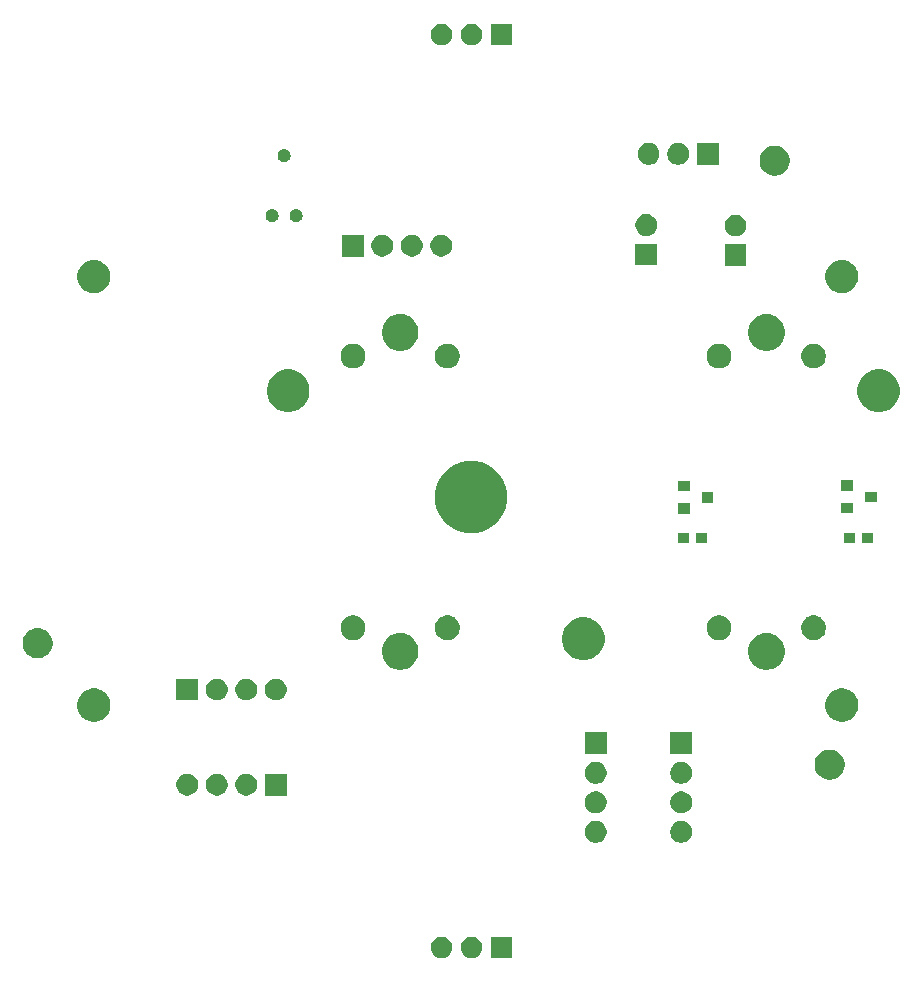
<source format=gbr>
G04 #@! TF.GenerationSoftware,KiCad,Pcbnew,(5.1.5)-3*
G04 #@! TF.CreationDate,2020-06-25T10:39:46+02:00*
G04 #@! TF.ProjectId,StepperClockK02,53746570-7065-4724-936c-6f636b4b3032,v1.0*
G04 #@! TF.SameCoordinates,Original*
G04 #@! TF.FileFunction,Soldermask,Bot*
G04 #@! TF.FilePolarity,Negative*
%FSLAX46Y46*%
G04 Gerber Fmt 4.6, Leading zero omitted, Abs format (unit mm)*
G04 Created by KiCad (PCBNEW (5.1.5)-3) date 2020-06-25 10:39:46*
%MOMM*%
%LPD*%
G04 APERTURE LIST*
%ADD10C,0.100000*%
G04 APERTURE END LIST*
D10*
G36*
X104278800Y-182451740D02*
G01*
X102476800Y-182451740D01*
X102476800Y-180649740D01*
X104278800Y-180649740D01*
X104278800Y-182451740D01*
G37*
G36*
X100951312Y-180654667D02*
G01*
X101100612Y-180684364D01*
X101264584Y-180752284D01*
X101412154Y-180850887D01*
X101537653Y-180976386D01*
X101636256Y-181123956D01*
X101704176Y-181287928D01*
X101738800Y-181461999D01*
X101738800Y-181639481D01*
X101704176Y-181813552D01*
X101636256Y-181977524D01*
X101537653Y-182125094D01*
X101412154Y-182250593D01*
X101264584Y-182349196D01*
X101100612Y-182417116D01*
X100951312Y-182446813D01*
X100926542Y-182451740D01*
X100749058Y-182451740D01*
X100724288Y-182446813D01*
X100574988Y-182417116D01*
X100411016Y-182349196D01*
X100263446Y-182250593D01*
X100137947Y-182125094D01*
X100039344Y-181977524D01*
X99971424Y-181813552D01*
X99936800Y-181639481D01*
X99936800Y-181461999D01*
X99971424Y-181287928D01*
X100039344Y-181123956D01*
X100137947Y-180976386D01*
X100263446Y-180850887D01*
X100411016Y-180752284D01*
X100574988Y-180684364D01*
X100724288Y-180654667D01*
X100749058Y-180649740D01*
X100926542Y-180649740D01*
X100951312Y-180654667D01*
G37*
G36*
X98411312Y-180654667D02*
G01*
X98560612Y-180684364D01*
X98724584Y-180752284D01*
X98872154Y-180850887D01*
X98997653Y-180976386D01*
X99096256Y-181123956D01*
X99164176Y-181287928D01*
X99198800Y-181461999D01*
X99198800Y-181639481D01*
X99164176Y-181813552D01*
X99096256Y-181977524D01*
X98997653Y-182125094D01*
X98872154Y-182250593D01*
X98724584Y-182349196D01*
X98560612Y-182417116D01*
X98411312Y-182446813D01*
X98386542Y-182451740D01*
X98209058Y-182451740D01*
X98184288Y-182446813D01*
X98034988Y-182417116D01*
X97871016Y-182349196D01*
X97723446Y-182250593D01*
X97597947Y-182125094D01*
X97499344Y-181977524D01*
X97431424Y-181813552D01*
X97396800Y-181639481D01*
X97396800Y-181461999D01*
X97431424Y-181287928D01*
X97499344Y-181123956D01*
X97597947Y-180976386D01*
X97723446Y-180850887D01*
X97871016Y-180752284D01*
X98034988Y-180684364D01*
X98184288Y-180654667D01*
X98209058Y-180649740D01*
X98386542Y-180649740D01*
X98411312Y-180654667D01*
G37*
G36*
X111615904Y-170880325D02*
G01*
X111784426Y-170950129D01*
X111936091Y-171051468D01*
X112065072Y-171180449D01*
X112166411Y-171332114D01*
X112236215Y-171500636D01*
X112271800Y-171679537D01*
X112271800Y-171861943D01*
X112236215Y-172040844D01*
X112166411Y-172209366D01*
X112065072Y-172361031D01*
X111936091Y-172490012D01*
X111784426Y-172591351D01*
X111615904Y-172661155D01*
X111437003Y-172696740D01*
X111254597Y-172696740D01*
X111075696Y-172661155D01*
X110907174Y-172591351D01*
X110755509Y-172490012D01*
X110626528Y-172361031D01*
X110525189Y-172209366D01*
X110455385Y-172040844D01*
X110419800Y-171861943D01*
X110419800Y-171679537D01*
X110455385Y-171500636D01*
X110525189Y-171332114D01*
X110626528Y-171180449D01*
X110755509Y-171051468D01*
X110907174Y-170950129D01*
X111075696Y-170880325D01*
X111254597Y-170844740D01*
X111437003Y-170844740D01*
X111615904Y-170880325D01*
G37*
G36*
X118845904Y-170880325D02*
G01*
X119014426Y-170950129D01*
X119166091Y-171051468D01*
X119295072Y-171180449D01*
X119396411Y-171332114D01*
X119466215Y-171500636D01*
X119501800Y-171679537D01*
X119501800Y-171861943D01*
X119466215Y-172040844D01*
X119396411Y-172209366D01*
X119295072Y-172361031D01*
X119166091Y-172490012D01*
X119014426Y-172591351D01*
X118845904Y-172661155D01*
X118667003Y-172696740D01*
X118484597Y-172696740D01*
X118305696Y-172661155D01*
X118137174Y-172591351D01*
X117985509Y-172490012D01*
X117856528Y-172361031D01*
X117755189Y-172209366D01*
X117685385Y-172040844D01*
X117649800Y-171861943D01*
X117649800Y-171679537D01*
X117685385Y-171500636D01*
X117755189Y-171332114D01*
X117856528Y-171180449D01*
X117985509Y-171051468D01*
X118137174Y-170950129D01*
X118305696Y-170880325D01*
X118484597Y-170844740D01*
X118667003Y-170844740D01*
X118845904Y-170880325D01*
G37*
G36*
X118845904Y-168380325D02*
G01*
X119014426Y-168450129D01*
X119166091Y-168551468D01*
X119295072Y-168680449D01*
X119396411Y-168832114D01*
X119466215Y-169000636D01*
X119501800Y-169179537D01*
X119501800Y-169361943D01*
X119466215Y-169540844D01*
X119396411Y-169709366D01*
X119295072Y-169861031D01*
X119166091Y-169990012D01*
X119014426Y-170091351D01*
X118845904Y-170161155D01*
X118667003Y-170196740D01*
X118484597Y-170196740D01*
X118305696Y-170161155D01*
X118137174Y-170091351D01*
X117985509Y-169990012D01*
X117856528Y-169861031D01*
X117755189Y-169709366D01*
X117685385Y-169540844D01*
X117649800Y-169361943D01*
X117649800Y-169179537D01*
X117685385Y-169000636D01*
X117755189Y-168832114D01*
X117856528Y-168680449D01*
X117985509Y-168551468D01*
X118137174Y-168450129D01*
X118305696Y-168380325D01*
X118484597Y-168344740D01*
X118667003Y-168344740D01*
X118845904Y-168380325D01*
G37*
G36*
X111615904Y-168380325D02*
G01*
X111784426Y-168450129D01*
X111936091Y-168551468D01*
X112065072Y-168680449D01*
X112166411Y-168832114D01*
X112236215Y-169000636D01*
X112271800Y-169179537D01*
X112271800Y-169361943D01*
X112236215Y-169540844D01*
X112166411Y-169709366D01*
X112065072Y-169861031D01*
X111936091Y-169990012D01*
X111784426Y-170091351D01*
X111615904Y-170161155D01*
X111437003Y-170196740D01*
X111254597Y-170196740D01*
X111075696Y-170161155D01*
X110907174Y-170091351D01*
X110755509Y-169990012D01*
X110626528Y-169861031D01*
X110525189Y-169709366D01*
X110455385Y-169540844D01*
X110419800Y-169361943D01*
X110419800Y-169179537D01*
X110455385Y-169000636D01*
X110525189Y-168832114D01*
X110626528Y-168680449D01*
X110755509Y-168551468D01*
X110907174Y-168450129D01*
X111075696Y-168380325D01*
X111254597Y-168344740D01*
X111437003Y-168344740D01*
X111615904Y-168380325D01*
G37*
G36*
X82035904Y-166880325D02*
G01*
X82204426Y-166950129D01*
X82356091Y-167051468D01*
X82485072Y-167180449D01*
X82586411Y-167332114D01*
X82656215Y-167500636D01*
X82691800Y-167679537D01*
X82691800Y-167861943D01*
X82656215Y-168040844D01*
X82586411Y-168209366D01*
X82485072Y-168361031D01*
X82356091Y-168490012D01*
X82204426Y-168591351D01*
X82035904Y-168661155D01*
X81857003Y-168696740D01*
X81674597Y-168696740D01*
X81495696Y-168661155D01*
X81327174Y-168591351D01*
X81175509Y-168490012D01*
X81046528Y-168361031D01*
X80945189Y-168209366D01*
X80875385Y-168040844D01*
X80839800Y-167861943D01*
X80839800Y-167679537D01*
X80875385Y-167500636D01*
X80945189Y-167332114D01*
X81046528Y-167180449D01*
X81175509Y-167051468D01*
X81327174Y-166950129D01*
X81495696Y-166880325D01*
X81674597Y-166844740D01*
X81857003Y-166844740D01*
X82035904Y-166880325D01*
G37*
G36*
X79535904Y-166880325D02*
G01*
X79704426Y-166950129D01*
X79856091Y-167051468D01*
X79985072Y-167180449D01*
X80086411Y-167332114D01*
X80156215Y-167500636D01*
X80191800Y-167679537D01*
X80191800Y-167861943D01*
X80156215Y-168040844D01*
X80086411Y-168209366D01*
X79985072Y-168361031D01*
X79856091Y-168490012D01*
X79704426Y-168591351D01*
X79535904Y-168661155D01*
X79357003Y-168696740D01*
X79174597Y-168696740D01*
X78995696Y-168661155D01*
X78827174Y-168591351D01*
X78675509Y-168490012D01*
X78546528Y-168361031D01*
X78445189Y-168209366D01*
X78375385Y-168040844D01*
X78339800Y-167861943D01*
X78339800Y-167679537D01*
X78375385Y-167500636D01*
X78445189Y-167332114D01*
X78546528Y-167180449D01*
X78675509Y-167051468D01*
X78827174Y-166950129D01*
X78995696Y-166880325D01*
X79174597Y-166844740D01*
X79357003Y-166844740D01*
X79535904Y-166880325D01*
G37*
G36*
X77035904Y-166880325D02*
G01*
X77204426Y-166950129D01*
X77356091Y-167051468D01*
X77485072Y-167180449D01*
X77586411Y-167332114D01*
X77656215Y-167500636D01*
X77691800Y-167679537D01*
X77691800Y-167861943D01*
X77656215Y-168040844D01*
X77586411Y-168209366D01*
X77485072Y-168361031D01*
X77356091Y-168490012D01*
X77204426Y-168591351D01*
X77035904Y-168661155D01*
X76857003Y-168696740D01*
X76674597Y-168696740D01*
X76495696Y-168661155D01*
X76327174Y-168591351D01*
X76175509Y-168490012D01*
X76046528Y-168361031D01*
X75945189Y-168209366D01*
X75875385Y-168040844D01*
X75839800Y-167861943D01*
X75839800Y-167679537D01*
X75875385Y-167500636D01*
X75945189Y-167332114D01*
X76046528Y-167180449D01*
X76175509Y-167051468D01*
X76327174Y-166950129D01*
X76495696Y-166880325D01*
X76674597Y-166844740D01*
X76857003Y-166844740D01*
X77035904Y-166880325D01*
G37*
G36*
X85191800Y-168696740D02*
G01*
X83339800Y-168696740D01*
X83339800Y-166844740D01*
X85191800Y-166844740D01*
X85191800Y-168696740D01*
G37*
G36*
X111615904Y-165880325D02*
G01*
X111784426Y-165950129D01*
X111936091Y-166051468D01*
X112065072Y-166180449D01*
X112166411Y-166332114D01*
X112236215Y-166500636D01*
X112271800Y-166679537D01*
X112271800Y-166861943D01*
X112236215Y-167040844D01*
X112166411Y-167209366D01*
X112065072Y-167361031D01*
X111936091Y-167490012D01*
X111784426Y-167591351D01*
X111615904Y-167661155D01*
X111437003Y-167696740D01*
X111254597Y-167696740D01*
X111075696Y-167661155D01*
X110907174Y-167591351D01*
X110755509Y-167490012D01*
X110626528Y-167361031D01*
X110525189Y-167209366D01*
X110455385Y-167040844D01*
X110419800Y-166861943D01*
X110419800Y-166679537D01*
X110455385Y-166500636D01*
X110525189Y-166332114D01*
X110626528Y-166180449D01*
X110755509Y-166051468D01*
X110907174Y-165950129D01*
X111075696Y-165880325D01*
X111254597Y-165844740D01*
X111437003Y-165844740D01*
X111615904Y-165880325D01*
G37*
G36*
X118845904Y-165880325D02*
G01*
X119014426Y-165950129D01*
X119166091Y-166051468D01*
X119295072Y-166180449D01*
X119396411Y-166332114D01*
X119466215Y-166500636D01*
X119501800Y-166679537D01*
X119501800Y-166861943D01*
X119466215Y-167040844D01*
X119396411Y-167209366D01*
X119295072Y-167361031D01*
X119166091Y-167490012D01*
X119014426Y-167591351D01*
X118845904Y-167661155D01*
X118667003Y-167696740D01*
X118484597Y-167696740D01*
X118305696Y-167661155D01*
X118137174Y-167591351D01*
X117985509Y-167490012D01*
X117856528Y-167361031D01*
X117755189Y-167209366D01*
X117685385Y-167040844D01*
X117649800Y-166861943D01*
X117649800Y-166679537D01*
X117685385Y-166500636D01*
X117755189Y-166332114D01*
X117856528Y-166180449D01*
X117985509Y-166051468D01*
X118137174Y-165950129D01*
X118305696Y-165880325D01*
X118484597Y-165844740D01*
X118667003Y-165844740D01*
X118845904Y-165880325D01*
G37*
G36*
X131413565Y-164825143D02*
G01*
X131536245Y-164849545D01*
X131767371Y-164945281D01*
X131975378Y-165084267D01*
X132152273Y-165261162D01*
X132291259Y-165469169D01*
X132386995Y-165700295D01*
X132435800Y-165945656D01*
X132435800Y-166195824D01*
X132386995Y-166441185D01*
X132291259Y-166672311D01*
X132221295Y-166777019D01*
X132176046Y-166844740D01*
X132152273Y-166880318D01*
X131975378Y-167057213D01*
X131767371Y-167196199D01*
X131536245Y-167291935D01*
X131413564Y-167316338D01*
X131290885Y-167340740D01*
X131040715Y-167340740D01*
X130918036Y-167316338D01*
X130795355Y-167291935D01*
X130564229Y-167196199D01*
X130356222Y-167057213D01*
X130179327Y-166880318D01*
X130155555Y-166844740D01*
X130110305Y-166777019D01*
X130040341Y-166672311D01*
X129944605Y-166441185D01*
X129895800Y-166195824D01*
X129895800Y-165945656D01*
X129944605Y-165700295D01*
X130040341Y-165469169D01*
X130179327Y-165261162D01*
X130356222Y-165084267D01*
X130564229Y-164945281D01*
X130795355Y-164849545D01*
X130918035Y-164825143D01*
X131040715Y-164800740D01*
X131290885Y-164800740D01*
X131413565Y-164825143D01*
G37*
G36*
X112271800Y-165196740D02*
G01*
X110419800Y-165196740D01*
X110419800Y-163344740D01*
X112271800Y-163344740D01*
X112271800Y-165196740D01*
G37*
G36*
X119501800Y-165196740D02*
G01*
X117649800Y-165196740D01*
X117649800Y-163344740D01*
X119501800Y-163344740D01*
X119501800Y-165196740D01*
G37*
G36*
X132504233Y-159665633D02*
G01*
X132594457Y-159683579D01*
X132700067Y-159727325D01*
X132849421Y-159789189D01*
X132925563Y-159840065D01*
X133078886Y-159942512D01*
X133274028Y-160137654D01*
X133288535Y-160159366D01*
X133427351Y-160367119D01*
X133457544Y-160440011D01*
X133532961Y-160622083D01*
X133550907Y-160712307D01*
X133586800Y-160892752D01*
X133586800Y-161168728D01*
X133532961Y-161439396D01*
X133427351Y-161694361D01*
X133427350Y-161694362D01*
X133274028Y-161923826D01*
X133078886Y-162118968D01*
X132925563Y-162221415D01*
X132849421Y-162272291D01*
X132700067Y-162334155D01*
X132594457Y-162377901D01*
X132504233Y-162395847D01*
X132323788Y-162431740D01*
X132047812Y-162431740D01*
X131867367Y-162395847D01*
X131777143Y-162377901D01*
X131671533Y-162334155D01*
X131522179Y-162272291D01*
X131446037Y-162221415D01*
X131292714Y-162118968D01*
X131097572Y-161923826D01*
X130944250Y-161694362D01*
X130944249Y-161694361D01*
X130838639Y-161439396D01*
X130784800Y-161168728D01*
X130784800Y-160892752D01*
X130820693Y-160712307D01*
X130838639Y-160622083D01*
X130914056Y-160440011D01*
X130944249Y-160367119D01*
X131083065Y-160159366D01*
X131097572Y-160137654D01*
X131292714Y-159942512D01*
X131446037Y-159840065D01*
X131522179Y-159789189D01*
X131671533Y-159727325D01*
X131777143Y-159683579D01*
X131867367Y-159665633D01*
X132047812Y-159629740D01*
X132323788Y-159629740D01*
X132504233Y-159665633D01*
G37*
G36*
X69184233Y-159665633D02*
G01*
X69274457Y-159683579D01*
X69380067Y-159727325D01*
X69529421Y-159789189D01*
X69605563Y-159840065D01*
X69758886Y-159942512D01*
X69954028Y-160137654D01*
X69968535Y-160159366D01*
X70107351Y-160367119D01*
X70137544Y-160440011D01*
X70212961Y-160622083D01*
X70230907Y-160712307D01*
X70266800Y-160892752D01*
X70266800Y-161168728D01*
X70212961Y-161439396D01*
X70107351Y-161694361D01*
X70107350Y-161694362D01*
X69954028Y-161923826D01*
X69758886Y-162118968D01*
X69605563Y-162221415D01*
X69529421Y-162272291D01*
X69380067Y-162334155D01*
X69274457Y-162377901D01*
X69184233Y-162395847D01*
X69003788Y-162431740D01*
X68727812Y-162431740D01*
X68547367Y-162395847D01*
X68457143Y-162377901D01*
X68351533Y-162334155D01*
X68202179Y-162272291D01*
X68126037Y-162221415D01*
X67972714Y-162118968D01*
X67777572Y-161923826D01*
X67624250Y-161694362D01*
X67624249Y-161694361D01*
X67518639Y-161439396D01*
X67464800Y-161168728D01*
X67464800Y-160892752D01*
X67500693Y-160712307D01*
X67518639Y-160622083D01*
X67594056Y-160440011D01*
X67624249Y-160367119D01*
X67763065Y-160159366D01*
X67777572Y-160137654D01*
X67972714Y-159942512D01*
X68126037Y-159840065D01*
X68202179Y-159789189D01*
X68351533Y-159727325D01*
X68457143Y-159683579D01*
X68547367Y-159665633D01*
X68727812Y-159629740D01*
X69003788Y-159629740D01*
X69184233Y-159665633D01*
G37*
G36*
X84535904Y-158830325D02*
G01*
X84704426Y-158900129D01*
X84856091Y-159001468D01*
X84985072Y-159130449D01*
X85086411Y-159282114D01*
X85156215Y-159450636D01*
X85191800Y-159629537D01*
X85191800Y-159811943D01*
X85156215Y-159990844D01*
X85086411Y-160159366D01*
X84985072Y-160311031D01*
X84856091Y-160440012D01*
X84704426Y-160541351D01*
X84535904Y-160611155D01*
X84357003Y-160646740D01*
X84174597Y-160646740D01*
X83995696Y-160611155D01*
X83827174Y-160541351D01*
X83675509Y-160440012D01*
X83546528Y-160311031D01*
X83445189Y-160159366D01*
X83375385Y-159990844D01*
X83339800Y-159811943D01*
X83339800Y-159629537D01*
X83375385Y-159450636D01*
X83445189Y-159282114D01*
X83546528Y-159130449D01*
X83675509Y-159001468D01*
X83827174Y-158900129D01*
X83995696Y-158830325D01*
X84174597Y-158794740D01*
X84357003Y-158794740D01*
X84535904Y-158830325D01*
G37*
G36*
X77691800Y-160646740D02*
G01*
X75839800Y-160646740D01*
X75839800Y-158794740D01*
X77691800Y-158794740D01*
X77691800Y-160646740D01*
G37*
G36*
X79535904Y-158830325D02*
G01*
X79704426Y-158900129D01*
X79856091Y-159001468D01*
X79985072Y-159130449D01*
X80086411Y-159282114D01*
X80156215Y-159450636D01*
X80191800Y-159629537D01*
X80191800Y-159811943D01*
X80156215Y-159990844D01*
X80086411Y-160159366D01*
X79985072Y-160311031D01*
X79856091Y-160440012D01*
X79704426Y-160541351D01*
X79535904Y-160611155D01*
X79357003Y-160646740D01*
X79174597Y-160646740D01*
X78995696Y-160611155D01*
X78827174Y-160541351D01*
X78675509Y-160440012D01*
X78546528Y-160311031D01*
X78445189Y-160159366D01*
X78375385Y-159990844D01*
X78339800Y-159811943D01*
X78339800Y-159629537D01*
X78375385Y-159450636D01*
X78445189Y-159282114D01*
X78546528Y-159130449D01*
X78675509Y-159001468D01*
X78827174Y-158900129D01*
X78995696Y-158830325D01*
X79174597Y-158794740D01*
X79357003Y-158794740D01*
X79535904Y-158830325D01*
G37*
G36*
X82035904Y-158830325D02*
G01*
X82204426Y-158900129D01*
X82356091Y-159001468D01*
X82485072Y-159130449D01*
X82586411Y-159282114D01*
X82656215Y-159450636D01*
X82691800Y-159629537D01*
X82691800Y-159811943D01*
X82656215Y-159990844D01*
X82586411Y-160159366D01*
X82485072Y-160311031D01*
X82356091Y-160440012D01*
X82204426Y-160541351D01*
X82035904Y-160611155D01*
X81857003Y-160646740D01*
X81674597Y-160646740D01*
X81495696Y-160611155D01*
X81327174Y-160541351D01*
X81175509Y-160440012D01*
X81046528Y-160311031D01*
X80945189Y-160159366D01*
X80875385Y-159990844D01*
X80839800Y-159811943D01*
X80839800Y-159629537D01*
X80875385Y-159450636D01*
X80945189Y-159282114D01*
X81046528Y-159130449D01*
X81175509Y-159001468D01*
X81327174Y-158900129D01*
X81495696Y-158830325D01*
X81674597Y-158794740D01*
X81857003Y-158794740D01*
X82035904Y-158830325D01*
G37*
G36*
X95098385Y-154959542D02*
G01*
X95248210Y-154989344D01*
X95530474Y-155106261D01*
X95784505Y-155275999D01*
X96000541Y-155492035D01*
X96170279Y-155746066D01*
X96287196Y-156028330D01*
X96346800Y-156327980D01*
X96346800Y-156633500D01*
X96287196Y-156933150D01*
X96170279Y-157215414D01*
X96000541Y-157469445D01*
X95784505Y-157685481D01*
X95530474Y-157855219D01*
X95248210Y-157972136D01*
X95098385Y-158001938D01*
X94948561Y-158031740D01*
X94643039Y-158031740D01*
X94493215Y-158001938D01*
X94343390Y-157972136D01*
X94061126Y-157855219D01*
X93807095Y-157685481D01*
X93591059Y-157469445D01*
X93421321Y-157215414D01*
X93304404Y-156933150D01*
X93244800Y-156633500D01*
X93244800Y-156327980D01*
X93304404Y-156028330D01*
X93421321Y-155746066D01*
X93591059Y-155492035D01*
X93807095Y-155275999D01*
X94061126Y-155106261D01*
X94343390Y-154989344D01*
X94493215Y-154959542D01*
X94643039Y-154929740D01*
X94948561Y-154929740D01*
X95098385Y-154959542D01*
G37*
G36*
X126098385Y-154959542D02*
G01*
X126248210Y-154989344D01*
X126530474Y-155106261D01*
X126784505Y-155275999D01*
X127000541Y-155492035D01*
X127170279Y-155746066D01*
X127287196Y-156028330D01*
X127346800Y-156327980D01*
X127346800Y-156633500D01*
X127287196Y-156933150D01*
X127170279Y-157215414D01*
X127000541Y-157469445D01*
X126784505Y-157685481D01*
X126530474Y-157855219D01*
X126248210Y-157972136D01*
X126098385Y-158001938D01*
X125948561Y-158031740D01*
X125643039Y-158031740D01*
X125493215Y-158001938D01*
X125343390Y-157972136D01*
X125061126Y-157855219D01*
X124807095Y-157685481D01*
X124591059Y-157469445D01*
X124421321Y-157215414D01*
X124304404Y-156933150D01*
X124244800Y-156633500D01*
X124244800Y-156327980D01*
X124304404Y-156028330D01*
X124421321Y-155746066D01*
X124591059Y-155492035D01*
X124807095Y-155275999D01*
X125061126Y-155106261D01*
X125343390Y-154989344D01*
X125493215Y-154959542D01*
X125643039Y-154929740D01*
X125948561Y-154929740D01*
X126098385Y-154959542D01*
G37*
G36*
X110831131Y-153688951D02*
G01*
X111158892Y-153824714D01*
X111453870Y-154021812D01*
X111704728Y-154272670D01*
X111901826Y-154567648D01*
X112037589Y-154895409D01*
X112106800Y-155243356D01*
X112106800Y-155598124D01*
X112037589Y-155946071D01*
X111901826Y-156273832D01*
X111704728Y-156568810D01*
X111453870Y-156819668D01*
X111158892Y-157016766D01*
X110831131Y-157152529D01*
X110483184Y-157221740D01*
X110128416Y-157221740D01*
X109780469Y-157152529D01*
X109452708Y-157016766D01*
X109157730Y-156819668D01*
X108906872Y-156568810D01*
X108709774Y-156273832D01*
X108574011Y-155946071D01*
X108504800Y-155598124D01*
X108504800Y-155243356D01*
X108574011Y-154895409D01*
X108709774Y-154567648D01*
X108906872Y-154272670D01*
X109157730Y-154021812D01*
X109452708Y-153824714D01*
X109780469Y-153688951D01*
X110128416Y-153619740D01*
X110483184Y-153619740D01*
X110831131Y-153688951D01*
G37*
G36*
X64343564Y-154545142D02*
G01*
X64466245Y-154569545D01*
X64697371Y-154665281D01*
X64905378Y-154804267D01*
X65082273Y-154981162D01*
X65221259Y-155189169D01*
X65316995Y-155420295D01*
X65365800Y-155665656D01*
X65365800Y-155915824D01*
X65316995Y-156161185D01*
X65221259Y-156392311D01*
X65082273Y-156600318D01*
X64905378Y-156777213D01*
X64697371Y-156916199D01*
X64466245Y-157011935D01*
X64343565Y-157036337D01*
X64220885Y-157060740D01*
X63970715Y-157060740D01*
X63848035Y-157036337D01*
X63725355Y-157011935D01*
X63494229Y-156916199D01*
X63286222Y-156777213D01*
X63109327Y-156600318D01*
X62970341Y-156392311D01*
X62874605Y-156161185D01*
X62825800Y-155915824D01*
X62825800Y-155665656D01*
X62874605Y-155420295D01*
X62970341Y-155189169D01*
X63109327Y-154981162D01*
X63286222Y-154804267D01*
X63494229Y-154665281D01*
X63725355Y-154569545D01*
X63848036Y-154545142D01*
X63970715Y-154520740D01*
X64220885Y-154520740D01*
X64343564Y-154545142D01*
G37*
G36*
X122102364Y-153470129D02*
G01*
X122293633Y-153549355D01*
X122293635Y-153549356D01*
X122398972Y-153619740D01*
X122465773Y-153664375D01*
X122612165Y-153810767D01*
X122727185Y-153982907D01*
X122806411Y-154174176D01*
X122846800Y-154377224D01*
X122846800Y-154584256D01*
X122806411Y-154787304D01*
X122747412Y-154929740D01*
X122727184Y-154978575D01*
X122612165Y-155150713D01*
X122465773Y-155297105D01*
X122293635Y-155412124D01*
X122293634Y-155412125D01*
X122293633Y-155412125D01*
X122102364Y-155491351D01*
X121899316Y-155531740D01*
X121692284Y-155531740D01*
X121489236Y-155491351D01*
X121297967Y-155412125D01*
X121297966Y-155412125D01*
X121297965Y-155412124D01*
X121125827Y-155297105D01*
X120979435Y-155150713D01*
X120864416Y-154978575D01*
X120844188Y-154929740D01*
X120785189Y-154787304D01*
X120744800Y-154584256D01*
X120744800Y-154377224D01*
X120785189Y-154174176D01*
X120864415Y-153982907D01*
X120979435Y-153810767D01*
X121125827Y-153664375D01*
X121192628Y-153619740D01*
X121297965Y-153549356D01*
X121297967Y-153549355D01*
X121489236Y-153470129D01*
X121692284Y-153429740D01*
X121899316Y-153429740D01*
X122102364Y-153470129D01*
G37*
G36*
X130102364Y-153470129D02*
G01*
X130293633Y-153549355D01*
X130293635Y-153549356D01*
X130398972Y-153619740D01*
X130465773Y-153664375D01*
X130612165Y-153810767D01*
X130727185Y-153982907D01*
X130806411Y-154174176D01*
X130846800Y-154377224D01*
X130846800Y-154584256D01*
X130806411Y-154787304D01*
X130747412Y-154929740D01*
X130727184Y-154978575D01*
X130612165Y-155150713D01*
X130465773Y-155297105D01*
X130293635Y-155412124D01*
X130293634Y-155412125D01*
X130293633Y-155412125D01*
X130102364Y-155491351D01*
X129899316Y-155531740D01*
X129692284Y-155531740D01*
X129489236Y-155491351D01*
X129297967Y-155412125D01*
X129297966Y-155412125D01*
X129297965Y-155412124D01*
X129125827Y-155297105D01*
X128979435Y-155150713D01*
X128864416Y-154978575D01*
X128844188Y-154929740D01*
X128785189Y-154787304D01*
X128744800Y-154584256D01*
X128744800Y-154377224D01*
X128785189Y-154174176D01*
X128864415Y-153982907D01*
X128979435Y-153810767D01*
X129125827Y-153664375D01*
X129192628Y-153619740D01*
X129297965Y-153549356D01*
X129297967Y-153549355D01*
X129489236Y-153470129D01*
X129692284Y-153429740D01*
X129899316Y-153429740D01*
X130102364Y-153470129D01*
G37*
G36*
X99102364Y-153470129D02*
G01*
X99293633Y-153549355D01*
X99293635Y-153549356D01*
X99398972Y-153619740D01*
X99465773Y-153664375D01*
X99612165Y-153810767D01*
X99727185Y-153982907D01*
X99806411Y-154174176D01*
X99846800Y-154377224D01*
X99846800Y-154584256D01*
X99806411Y-154787304D01*
X99747412Y-154929740D01*
X99727184Y-154978575D01*
X99612165Y-155150713D01*
X99465773Y-155297105D01*
X99293635Y-155412124D01*
X99293634Y-155412125D01*
X99293633Y-155412125D01*
X99102364Y-155491351D01*
X98899316Y-155531740D01*
X98692284Y-155531740D01*
X98489236Y-155491351D01*
X98297967Y-155412125D01*
X98297966Y-155412125D01*
X98297965Y-155412124D01*
X98125827Y-155297105D01*
X97979435Y-155150713D01*
X97864416Y-154978575D01*
X97844188Y-154929740D01*
X97785189Y-154787304D01*
X97744800Y-154584256D01*
X97744800Y-154377224D01*
X97785189Y-154174176D01*
X97864415Y-153982907D01*
X97979435Y-153810767D01*
X98125827Y-153664375D01*
X98192628Y-153619740D01*
X98297965Y-153549356D01*
X98297967Y-153549355D01*
X98489236Y-153470129D01*
X98692284Y-153429740D01*
X98899316Y-153429740D01*
X99102364Y-153470129D01*
G37*
G36*
X91102364Y-153470129D02*
G01*
X91293633Y-153549355D01*
X91293635Y-153549356D01*
X91398972Y-153619740D01*
X91465773Y-153664375D01*
X91612165Y-153810767D01*
X91727185Y-153982907D01*
X91806411Y-154174176D01*
X91846800Y-154377224D01*
X91846800Y-154584256D01*
X91806411Y-154787304D01*
X91747412Y-154929740D01*
X91727184Y-154978575D01*
X91612165Y-155150713D01*
X91465773Y-155297105D01*
X91293635Y-155412124D01*
X91293634Y-155412125D01*
X91293633Y-155412125D01*
X91102364Y-155491351D01*
X90899316Y-155531740D01*
X90692284Y-155531740D01*
X90489236Y-155491351D01*
X90297967Y-155412125D01*
X90297966Y-155412125D01*
X90297965Y-155412124D01*
X90125827Y-155297105D01*
X89979435Y-155150713D01*
X89864416Y-154978575D01*
X89844188Y-154929740D01*
X89785189Y-154787304D01*
X89744800Y-154584256D01*
X89744800Y-154377224D01*
X89785189Y-154174176D01*
X89864415Y-153982907D01*
X89979435Y-153810767D01*
X90125827Y-153664375D01*
X90192628Y-153619740D01*
X90297965Y-153549356D01*
X90297967Y-153549355D01*
X90489236Y-153470129D01*
X90692284Y-153429740D01*
X90899316Y-153429740D01*
X91102364Y-153470129D01*
G37*
G36*
X120756800Y-147286740D02*
G01*
X119854800Y-147286740D01*
X119854800Y-146434740D01*
X120756800Y-146434740D01*
X120756800Y-147286740D01*
G37*
G36*
X119256800Y-147286740D02*
G01*
X118354800Y-147286740D01*
X118354800Y-146434740D01*
X119256800Y-146434740D01*
X119256800Y-147286740D01*
G37*
G36*
X134796800Y-147286740D02*
G01*
X133894800Y-147286740D01*
X133894800Y-146434740D01*
X134796800Y-146434740D01*
X134796800Y-147286740D01*
G37*
G36*
X133296800Y-147286740D02*
G01*
X132394800Y-147286740D01*
X132394800Y-146434740D01*
X133296800Y-146434740D01*
X133296800Y-147286740D01*
G37*
G36*
X101685743Y-140486988D02*
G01*
X102240989Y-140716978D01*
X102240990Y-140716979D01*
X102740699Y-141050874D01*
X103165666Y-141475841D01*
X103165667Y-141475843D01*
X103499562Y-141975551D01*
X103729552Y-142530797D01*
X103846800Y-143120241D01*
X103846800Y-143721239D01*
X103729552Y-144310683D01*
X103499562Y-144865929D01*
X103499561Y-144865930D01*
X103165666Y-145365639D01*
X102740699Y-145790606D01*
X102489147Y-145958688D01*
X102240989Y-146124502D01*
X101685743Y-146354492D01*
X101096299Y-146471740D01*
X100495301Y-146471740D01*
X99905857Y-146354492D01*
X99350611Y-146124502D01*
X99102453Y-145958688D01*
X98850901Y-145790606D01*
X98425934Y-145365639D01*
X98092039Y-144865930D01*
X98092038Y-144865929D01*
X97862048Y-144310683D01*
X97744800Y-143721239D01*
X97744800Y-143120241D01*
X97862048Y-142530797D01*
X98092038Y-141975551D01*
X98425933Y-141475843D01*
X98425934Y-141475841D01*
X98850901Y-141050874D01*
X99350610Y-140716979D01*
X99350611Y-140716978D01*
X99905857Y-140486988D01*
X100495301Y-140369740D01*
X101096299Y-140369740D01*
X101685743Y-140486988D01*
G37*
G36*
X119316800Y-144851740D02*
G01*
X118314800Y-144851740D01*
X118314800Y-143949740D01*
X119316800Y-143949740D01*
X119316800Y-144851740D01*
G37*
G36*
X133136800Y-144811740D02*
G01*
X132134800Y-144811740D01*
X132134800Y-143909740D01*
X133136800Y-143909740D01*
X133136800Y-144811740D01*
G37*
G36*
X121316800Y-143901740D02*
G01*
X120314800Y-143901740D01*
X120314800Y-142999740D01*
X121316800Y-142999740D01*
X121316800Y-143901740D01*
G37*
G36*
X135136800Y-143861740D02*
G01*
X134134800Y-143861740D01*
X134134800Y-142959740D01*
X135136800Y-142959740D01*
X135136800Y-143861740D01*
G37*
G36*
X119316800Y-142951740D02*
G01*
X118314800Y-142951740D01*
X118314800Y-142049740D01*
X119316800Y-142049740D01*
X119316800Y-142951740D01*
G37*
G36*
X133136800Y-142911740D02*
G01*
X132134800Y-142911740D01*
X132134800Y-142009740D01*
X133136800Y-142009740D01*
X133136800Y-142911740D01*
G37*
G36*
X135831131Y-132688951D02*
G01*
X136158892Y-132824714D01*
X136453870Y-133021812D01*
X136704728Y-133272670D01*
X136901826Y-133567648D01*
X137037589Y-133895409D01*
X137106800Y-134243356D01*
X137106800Y-134598124D01*
X137037589Y-134946071D01*
X136901826Y-135273832D01*
X136704728Y-135568810D01*
X136453870Y-135819668D01*
X136158892Y-136016766D01*
X135831131Y-136152529D01*
X135483184Y-136221740D01*
X135128416Y-136221740D01*
X134780469Y-136152529D01*
X134452708Y-136016766D01*
X134157730Y-135819668D01*
X133906872Y-135568810D01*
X133709774Y-135273832D01*
X133574011Y-134946071D01*
X133504800Y-134598124D01*
X133504800Y-134243356D01*
X133574011Y-133895409D01*
X133709774Y-133567648D01*
X133906872Y-133272670D01*
X134157730Y-133021812D01*
X134452708Y-132824714D01*
X134780469Y-132688951D01*
X135128416Y-132619740D01*
X135483184Y-132619740D01*
X135831131Y-132688951D01*
G37*
G36*
X85831131Y-132688951D02*
G01*
X86158892Y-132824714D01*
X86453870Y-133021812D01*
X86704728Y-133272670D01*
X86901826Y-133567648D01*
X87037589Y-133895409D01*
X87106800Y-134243356D01*
X87106800Y-134598124D01*
X87037589Y-134946071D01*
X86901826Y-135273832D01*
X86704728Y-135568810D01*
X86453870Y-135819668D01*
X86158892Y-136016766D01*
X85831131Y-136152529D01*
X85483184Y-136221740D01*
X85128416Y-136221740D01*
X84780469Y-136152529D01*
X84452708Y-136016766D01*
X84157730Y-135819668D01*
X83906872Y-135568810D01*
X83709774Y-135273832D01*
X83574011Y-134946071D01*
X83504800Y-134598124D01*
X83504800Y-134243356D01*
X83574011Y-133895409D01*
X83709774Y-133567648D01*
X83906872Y-133272670D01*
X84157730Y-133021812D01*
X84452708Y-132824714D01*
X84780469Y-132688951D01*
X85128416Y-132619740D01*
X85483184Y-132619740D01*
X85831131Y-132688951D01*
G37*
G36*
X130102364Y-130470129D02*
G01*
X130293633Y-130549355D01*
X130293635Y-130549356D01*
X130465773Y-130664375D01*
X130612165Y-130810767D01*
X130727185Y-130982907D01*
X130806411Y-131174176D01*
X130846800Y-131377224D01*
X130846800Y-131584256D01*
X130806411Y-131787304D01*
X130727185Y-131978573D01*
X130727184Y-131978575D01*
X130612165Y-132150713D01*
X130465773Y-132297105D01*
X130293635Y-132412124D01*
X130293634Y-132412125D01*
X130293633Y-132412125D01*
X130102364Y-132491351D01*
X129899316Y-132531740D01*
X129692284Y-132531740D01*
X129489236Y-132491351D01*
X129297967Y-132412125D01*
X129297966Y-132412125D01*
X129297965Y-132412124D01*
X129125827Y-132297105D01*
X128979435Y-132150713D01*
X128864416Y-131978575D01*
X128864415Y-131978573D01*
X128785189Y-131787304D01*
X128744800Y-131584256D01*
X128744800Y-131377224D01*
X128785189Y-131174176D01*
X128864415Y-130982907D01*
X128979435Y-130810767D01*
X129125827Y-130664375D01*
X129297965Y-130549356D01*
X129297967Y-130549355D01*
X129489236Y-130470129D01*
X129692284Y-130429740D01*
X129899316Y-130429740D01*
X130102364Y-130470129D01*
G37*
G36*
X91102364Y-130470129D02*
G01*
X91293633Y-130549355D01*
X91293635Y-130549356D01*
X91465773Y-130664375D01*
X91612165Y-130810767D01*
X91727185Y-130982907D01*
X91806411Y-131174176D01*
X91846800Y-131377224D01*
X91846800Y-131584256D01*
X91806411Y-131787304D01*
X91727185Y-131978573D01*
X91727184Y-131978575D01*
X91612165Y-132150713D01*
X91465773Y-132297105D01*
X91293635Y-132412124D01*
X91293634Y-132412125D01*
X91293633Y-132412125D01*
X91102364Y-132491351D01*
X90899316Y-132531740D01*
X90692284Y-132531740D01*
X90489236Y-132491351D01*
X90297967Y-132412125D01*
X90297966Y-132412125D01*
X90297965Y-132412124D01*
X90125827Y-132297105D01*
X89979435Y-132150713D01*
X89864416Y-131978575D01*
X89864415Y-131978573D01*
X89785189Y-131787304D01*
X89744800Y-131584256D01*
X89744800Y-131377224D01*
X89785189Y-131174176D01*
X89864415Y-130982907D01*
X89979435Y-130810767D01*
X90125827Y-130664375D01*
X90297965Y-130549356D01*
X90297967Y-130549355D01*
X90489236Y-130470129D01*
X90692284Y-130429740D01*
X90899316Y-130429740D01*
X91102364Y-130470129D01*
G37*
G36*
X122102364Y-130470129D02*
G01*
X122293633Y-130549355D01*
X122293635Y-130549356D01*
X122465773Y-130664375D01*
X122612165Y-130810767D01*
X122727185Y-130982907D01*
X122806411Y-131174176D01*
X122846800Y-131377224D01*
X122846800Y-131584256D01*
X122806411Y-131787304D01*
X122727185Y-131978573D01*
X122727184Y-131978575D01*
X122612165Y-132150713D01*
X122465773Y-132297105D01*
X122293635Y-132412124D01*
X122293634Y-132412125D01*
X122293633Y-132412125D01*
X122102364Y-132491351D01*
X121899316Y-132531740D01*
X121692284Y-132531740D01*
X121489236Y-132491351D01*
X121297967Y-132412125D01*
X121297966Y-132412125D01*
X121297965Y-132412124D01*
X121125827Y-132297105D01*
X120979435Y-132150713D01*
X120864416Y-131978575D01*
X120864415Y-131978573D01*
X120785189Y-131787304D01*
X120744800Y-131584256D01*
X120744800Y-131377224D01*
X120785189Y-131174176D01*
X120864415Y-130982907D01*
X120979435Y-130810767D01*
X121125827Y-130664375D01*
X121297965Y-130549356D01*
X121297967Y-130549355D01*
X121489236Y-130470129D01*
X121692284Y-130429740D01*
X121899316Y-130429740D01*
X122102364Y-130470129D01*
G37*
G36*
X99102364Y-130470129D02*
G01*
X99293633Y-130549355D01*
X99293635Y-130549356D01*
X99465773Y-130664375D01*
X99612165Y-130810767D01*
X99727185Y-130982907D01*
X99806411Y-131174176D01*
X99846800Y-131377224D01*
X99846800Y-131584256D01*
X99806411Y-131787304D01*
X99727185Y-131978573D01*
X99727184Y-131978575D01*
X99612165Y-132150713D01*
X99465773Y-132297105D01*
X99293635Y-132412124D01*
X99293634Y-132412125D01*
X99293633Y-132412125D01*
X99102364Y-132491351D01*
X98899316Y-132531740D01*
X98692284Y-132531740D01*
X98489236Y-132491351D01*
X98297967Y-132412125D01*
X98297966Y-132412125D01*
X98297965Y-132412124D01*
X98125827Y-132297105D01*
X97979435Y-132150713D01*
X97864416Y-131978575D01*
X97864415Y-131978573D01*
X97785189Y-131787304D01*
X97744800Y-131584256D01*
X97744800Y-131377224D01*
X97785189Y-131174176D01*
X97864415Y-130982907D01*
X97979435Y-130810767D01*
X98125827Y-130664375D01*
X98297965Y-130549356D01*
X98297967Y-130549355D01*
X98489236Y-130470129D01*
X98692284Y-130429740D01*
X98899316Y-130429740D01*
X99102364Y-130470129D01*
G37*
G36*
X95098385Y-127959542D02*
G01*
X95248210Y-127989344D01*
X95530474Y-128106261D01*
X95784505Y-128275999D01*
X96000541Y-128492035D01*
X96170279Y-128746066D01*
X96287196Y-129028330D01*
X96346800Y-129327980D01*
X96346800Y-129633500D01*
X96287196Y-129933150D01*
X96170279Y-130215414D01*
X96000541Y-130469445D01*
X95784505Y-130685481D01*
X95530474Y-130855219D01*
X95248210Y-130972136D01*
X95194070Y-130982905D01*
X94948561Y-131031740D01*
X94643039Y-131031740D01*
X94397530Y-130982905D01*
X94343390Y-130972136D01*
X94061126Y-130855219D01*
X93807095Y-130685481D01*
X93591059Y-130469445D01*
X93421321Y-130215414D01*
X93304404Y-129933150D01*
X93244800Y-129633500D01*
X93244800Y-129327980D01*
X93304404Y-129028330D01*
X93421321Y-128746066D01*
X93591059Y-128492035D01*
X93807095Y-128275999D01*
X94061126Y-128106261D01*
X94343390Y-127989344D01*
X94493215Y-127959542D01*
X94643039Y-127929740D01*
X94948561Y-127929740D01*
X95098385Y-127959542D01*
G37*
G36*
X126098385Y-127959542D02*
G01*
X126248210Y-127989344D01*
X126530474Y-128106261D01*
X126784505Y-128275999D01*
X127000541Y-128492035D01*
X127170279Y-128746066D01*
X127287196Y-129028330D01*
X127346800Y-129327980D01*
X127346800Y-129633500D01*
X127287196Y-129933150D01*
X127170279Y-130215414D01*
X127000541Y-130469445D01*
X126784505Y-130685481D01*
X126530474Y-130855219D01*
X126248210Y-130972136D01*
X126194070Y-130982905D01*
X125948561Y-131031740D01*
X125643039Y-131031740D01*
X125397530Y-130982905D01*
X125343390Y-130972136D01*
X125061126Y-130855219D01*
X124807095Y-130685481D01*
X124591059Y-130469445D01*
X124421321Y-130215414D01*
X124304404Y-129933150D01*
X124244800Y-129633500D01*
X124244800Y-129327980D01*
X124304404Y-129028330D01*
X124421321Y-128746066D01*
X124591059Y-128492035D01*
X124807095Y-128275999D01*
X125061126Y-128106261D01*
X125343390Y-127989344D01*
X125493215Y-127959542D01*
X125643039Y-127929740D01*
X125948561Y-127929740D01*
X126098385Y-127959542D01*
G37*
G36*
X69184233Y-123385633D02*
G01*
X69274457Y-123403579D01*
X69380067Y-123447325D01*
X69529421Y-123509189D01*
X69529422Y-123509190D01*
X69758886Y-123662512D01*
X69954028Y-123857654D01*
X70056475Y-124010977D01*
X70107351Y-124087119D01*
X70212961Y-124342084D01*
X70266800Y-124612752D01*
X70266800Y-124888728D01*
X70212961Y-125159396D01*
X70107351Y-125414361D01*
X70107350Y-125414362D01*
X69954028Y-125643826D01*
X69758886Y-125838968D01*
X69605563Y-125941415D01*
X69529421Y-125992291D01*
X69380067Y-126054155D01*
X69274457Y-126097901D01*
X69184233Y-126115847D01*
X69003788Y-126151740D01*
X68727812Y-126151740D01*
X68547367Y-126115847D01*
X68457143Y-126097901D01*
X68351533Y-126054155D01*
X68202179Y-125992291D01*
X68126037Y-125941415D01*
X67972714Y-125838968D01*
X67777572Y-125643826D01*
X67624250Y-125414362D01*
X67624249Y-125414361D01*
X67518639Y-125159396D01*
X67464800Y-124888728D01*
X67464800Y-124612752D01*
X67518639Y-124342084D01*
X67624249Y-124087119D01*
X67675125Y-124010977D01*
X67777572Y-123857654D01*
X67972714Y-123662512D01*
X68202178Y-123509190D01*
X68202179Y-123509189D01*
X68351533Y-123447325D01*
X68457143Y-123403579D01*
X68547367Y-123385633D01*
X68727812Y-123349740D01*
X69003788Y-123349740D01*
X69184233Y-123385633D01*
G37*
G36*
X132504233Y-123385633D02*
G01*
X132594457Y-123403579D01*
X132700067Y-123447325D01*
X132849421Y-123509189D01*
X132849422Y-123509190D01*
X133078886Y-123662512D01*
X133274028Y-123857654D01*
X133376475Y-124010977D01*
X133427351Y-124087119D01*
X133532961Y-124342084D01*
X133586800Y-124612752D01*
X133586800Y-124888728D01*
X133532961Y-125159396D01*
X133427351Y-125414361D01*
X133427350Y-125414362D01*
X133274028Y-125643826D01*
X133078886Y-125838968D01*
X132925563Y-125941415D01*
X132849421Y-125992291D01*
X132700067Y-126054155D01*
X132594457Y-126097901D01*
X132504233Y-126115847D01*
X132323788Y-126151740D01*
X132047812Y-126151740D01*
X131867367Y-126115847D01*
X131777143Y-126097901D01*
X131671533Y-126054155D01*
X131522179Y-125992291D01*
X131446037Y-125941415D01*
X131292714Y-125838968D01*
X131097572Y-125643826D01*
X130944250Y-125414362D01*
X130944249Y-125414361D01*
X130838639Y-125159396D01*
X130784800Y-124888728D01*
X130784800Y-124612752D01*
X130838639Y-124342084D01*
X130944249Y-124087119D01*
X130995125Y-124010977D01*
X131097572Y-123857654D01*
X131292714Y-123662512D01*
X131522178Y-123509190D01*
X131522179Y-123509189D01*
X131671533Y-123447325D01*
X131777143Y-123403579D01*
X131867367Y-123385633D01*
X132047812Y-123349740D01*
X132323788Y-123349740D01*
X132504233Y-123385633D01*
G37*
G36*
X124111800Y-123856740D02*
G01*
X122259800Y-123856740D01*
X122259800Y-122004740D01*
X124111800Y-122004740D01*
X124111800Y-123856740D01*
G37*
G36*
X116561800Y-123816740D02*
G01*
X114709800Y-123816740D01*
X114709800Y-121964740D01*
X116561800Y-121964740D01*
X116561800Y-123816740D01*
G37*
G36*
X91701800Y-123056740D02*
G01*
X89849800Y-123056740D01*
X89849800Y-121204740D01*
X91701800Y-121204740D01*
X91701800Y-123056740D01*
G37*
G36*
X93545904Y-121240325D02*
G01*
X93714426Y-121310129D01*
X93866091Y-121411468D01*
X93995072Y-121540449D01*
X94096411Y-121692114D01*
X94166215Y-121860636D01*
X94201800Y-122039537D01*
X94201800Y-122221943D01*
X94166215Y-122400844D01*
X94096411Y-122569366D01*
X93995072Y-122721031D01*
X93866091Y-122850012D01*
X93714426Y-122951351D01*
X93545904Y-123021155D01*
X93367003Y-123056740D01*
X93184597Y-123056740D01*
X93005696Y-123021155D01*
X92837174Y-122951351D01*
X92685509Y-122850012D01*
X92556528Y-122721031D01*
X92455189Y-122569366D01*
X92385385Y-122400844D01*
X92349800Y-122221943D01*
X92349800Y-122039537D01*
X92385385Y-121860636D01*
X92455189Y-121692114D01*
X92556528Y-121540449D01*
X92685509Y-121411468D01*
X92837174Y-121310129D01*
X93005696Y-121240325D01*
X93184597Y-121204740D01*
X93367003Y-121204740D01*
X93545904Y-121240325D01*
G37*
G36*
X96045904Y-121240325D02*
G01*
X96214426Y-121310129D01*
X96366091Y-121411468D01*
X96495072Y-121540449D01*
X96596411Y-121692114D01*
X96666215Y-121860636D01*
X96701800Y-122039537D01*
X96701800Y-122221943D01*
X96666215Y-122400844D01*
X96596411Y-122569366D01*
X96495072Y-122721031D01*
X96366091Y-122850012D01*
X96214426Y-122951351D01*
X96045904Y-123021155D01*
X95867003Y-123056740D01*
X95684597Y-123056740D01*
X95505696Y-123021155D01*
X95337174Y-122951351D01*
X95185509Y-122850012D01*
X95056528Y-122721031D01*
X94955189Y-122569366D01*
X94885385Y-122400844D01*
X94849800Y-122221943D01*
X94849800Y-122039537D01*
X94885385Y-121860636D01*
X94955189Y-121692114D01*
X95056528Y-121540449D01*
X95185509Y-121411468D01*
X95337174Y-121310129D01*
X95505696Y-121240325D01*
X95684597Y-121204740D01*
X95867003Y-121204740D01*
X96045904Y-121240325D01*
G37*
G36*
X98545904Y-121240325D02*
G01*
X98714426Y-121310129D01*
X98866091Y-121411468D01*
X98995072Y-121540449D01*
X99096411Y-121692114D01*
X99166215Y-121860636D01*
X99201800Y-122039537D01*
X99201800Y-122221943D01*
X99166215Y-122400844D01*
X99096411Y-122569366D01*
X98995072Y-122721031D01*
X98866091Y-122850012D01*
X98714426Y-122951351D01*
X98545904Y-123021155D01*
X98367003Y-123056740D01*
X98184597Y-123056740D01*
X98005696Y-123021155D01*
X97837174Y-122951351D01*
X97685509Y-122850012D01*
X97556528Y-122721031D01*
X97455189Y-122569366D01*
X97385385Y-122400844D01*
X97349800Y-122221943D01*
X97349800Y-122039537D01*
X97385385Y-121860636D01*
X97455189Y-121692114D01*
X97556528Y-121540449D01*
X97685509Y-121411468D01*
X97837174Y-121310129D01*
X98005696Y-121240325D01*
X98184597Y-121204740D01*
X98367003Y-121204740D01*
X98545904Y-121240325D01*
G37*
G36*
X123455904Y-119540325D02*
G01*
X123624426Y-119610129D01*
X123776091Y-119711468D01*
X123905072Y-119840449D01*
X124006411Y-119992114D01*
X124076215Y-120160636D01*
X124111800Y-120339537D01*
X124111800Y-120521943D01*
X124076215Y-120700844D01*
X124006411Y-120869366D01*
X123905072Y-121021031D01*
X123776091Y-121150012D01*
X123624426Y-121251351D01*
X123455904Y-121321155D01*
X123277003Y-121356740D01*
X123094597Y-121356740D01*
X122915696Y-121321155D01*
X122747174Y-121251351D01*
X122595509Y-121150012D01*
X122466528Y-121021031D01*
X122365189Y-120869366D01*
X122295385Y-120700844D01*
X122259800Y-120521943D01*
X122259800Y-120339537D01*
X122295385Y-120160636D01*
X122365189Y-119992114D01*
X122466528Y-119840449D01*
X122595509Y-119711468D01*
X122747174Y-119610129D01*
X122915696Y-119540325D01*
X123094597Y-119504740D01*
X123277003Y-119504740D01*
X123455904Y-119540325D01*
G37*
G36*
X115905904Y-119500325D02*
G01*
X116074426Y-119570129D01*
X116226091Y-119671468D01*
X116355072Y-119800449D01*
X116456411Y-119952114D01*
X116526215Y-120120636D01*
X116561800Y-120299537D01*
X116561800Y-120481943D01*
X116526215Y-120660844D01*
X116456411Y-120829366D01*
X116355072Y-120981031D01*
X116226091Y-121110012D01*
X116074426Y-121211351D01*
X115905904Y-121281155D01*
X115727003Y-121316740D01*
X115544597Y-121316740D01*
X115365696Y-121281155D01*
X115197174Y-121211351D01*
X115045509Y-121110012D01*
X114916528Y-120981031D01*
X114815189Y-120829366D01*
X114745385Y-120660844D01*
X114709800Y-120481943D01*
X114709800Y-120299537D01*
X114745385Y-120120636D01*
X114815189Y-119952114D01*
X114916528Y-119800449D01*
X115045509Y-119671468D01*
X115197174Y-119570129D01*
X115365696Y-119500325D01*
X115544597Y-119464740D01*
X115727003Y-119464740D01*
X115905904Y-119500325D01*
G37*
G36*
X86088378Y-119044937D02*
G01*
X86141150Y-119055434D01*
X86240570Y-119096615D01*
X86330046Y-119156401D01*
X86406139Y-119232494D01*
X86465925Y-119321970D01*
X86507106Y-119421390D01*
X86528100Y-119526934D01*
X86528100Y-119634546D01*
X86507106Y-119740090D01*
X86465925Y-119839510D01*
X86406139Y-119928986D01*
X86330046Y-120005079D01*
X86240570Y-120064865D01*
X86141150Y-120106046D01*
X86088378Y-120116543D01*
X86035607Y-120127040D01*
X85927993Y-120127040D01*
X85875222Y-120116543D01*
X85822450Y-120106046D01*
X85723030Y-120064865D01*
X85633554Y-120005079D01*
X85557461Y-119928986D01*
X85497675Y-119839510D01*
X85456494Y-119740090D01*
X85435500Y-119634546D01*
X85435500Y-119526934D01*
X85456494Y-119421390D01*
X85497675Y-119321970D01*
X85557461Y-119232494D01*
X85633554Y-119156401D01*
X85723030Y-119096615D01*
X85822450Y-119055434D01*
X85875222Y-119044937D01*
X85927993Y-119034440D01*
X86035607Y-119034440D01*
X86088378Y-119044937D01*
G37*
G36*
X84056378Y-119044937D02*
G01*
X84109150Y-119055434D01*
X84208570Y-119096615D01*
X84298046Y-119156401D01*
X84374139Y-119232494D01*
X84433925Y-119321970D01*
X84475106Y-119421390D01*
X84496100Y-119526934D01*
X84496100Y-119634546D01*
X84475106Y-119740090D01*
X84433925Y-119839510D01*
X84374139Y-119928986D01*
X84298046Y-120005079D01*
X84208570Y-120064865D01*
X84109150Y-120106046D01*
X84056378Y-120116543D01*
X84003607Y-120127040D01*
X83895993Y-120127040D01*
X83843222Y-120116543D01*
X83790450Y-120106046D01*
X83691030Y-120064865D01*
X83601554Y-120005079D01*
X83525461Y-119928986D01*
X83465675Y-119839510D01*
X83424494Y-119740090D01*
X83403500Y-119634546D01*
X83403500Y-119526934D01*
X83424494Y-119421390D01*
X83465675Y-119321970D01*
X83525461Y-119232494D01*
X83601554Y-119156401D01*
X83691030Y-119096615D01*
X83790450Y-119055434D01*
X83843222Y-119044937D01*
X83895993Y-119034440D01*
X84003607Y-119034440D01*
X84056378Y-119044937D01*
G37*
G36*
X126753564Y-113705142D02*
G01*
X126876245Y-113729545D01*
X127107371Y-113825281D01*
X127315378Y-113964267D01*
X127492273Y-114141162D01*
X127631259Y-114349169D01*
X127726995Y-114580295D01*
X127775800Y-114825656D01*
X127775800Y-115075824D01*
X127726995Y-115321185D01*
X127631259Y-115552311D01*
X127492273Y-115760318D01*
X127315378Y-115937213D01*
X127107371Y-116076199D01*
X126876245Y-116171935D01*
X126753564Y-116196338D01*
X126630885Y-116220740D01*
X126380715Y-116220740D01*
X126258036Y-116196338D01*
X126135355Y-116171935D01*
X125904229Y-116076199D01*
X125696222Y-115937213D01*
X125519327Y-115760318D01*
X125380341Y-115552311D01*
X125284605Y-115321185D01*
X125235800Y-115075824D01*
X125235800Y-114825656D01*
X125284605Y-114580295D01*
X125380341Y-114349169D01*
X125519327Y-114141162D01*
X125696222Y-113964267D01*
X125904229Y-113825281D01*
X126135355Y-113729545D01*
X126258036Y-113705142D01*
X126380715Y-113680740D01*
X126630885Y-113680740D01*
X126753564Y-113705142D01*
G37*
G36*
X116095904Y-113480325D02*
G01*
X116264426Y-113550129D01*
X116416091Y-113651468D01*
X116545072Y-113780449D01*
X116646411Y-113932114D01*
X116716215Y-114100636D01*
X116751800Y-114279537D01*
X116751800Y-114461943D01*
X116716215Y-114640844D01*
X116646411Y-114809366D01*
X116545072Y-114961031D01*
X116416091Y-115090012D01*
X116264426Y-115191351D01*
X116095904Y-115261155D01*
X115917003Y-115296740D01*
X115734597Y-115296740D01*
X115555696Y-115261155D01*
X115387174Y-115191351D01*
X115235509Y-115090012D01*
X115106528Y-114961031D01*
X115005189Y-114809366D01*
X114935385Y-114640844D01*
X114899800Y-114461943D01*
X114899800Y-114279537D01*
X114935385Y-114100636D01*
X115005189Y-113932114D01*
X115106528Y-113780449D01*
X115235509Y-113651468D01*
X115387174Y-113550129D01*
X115555696Y-113480325D01*
X115734597Y-113444740D01*
X115917003Y-113444740D01*
X116095904Y-113480325D01*
G37*
G36*
X121751800Y-115296740D02*
G01*
X119899800Y-115296740D01*
X119899800Y-113444740D01*
X121751800Y-113444740D01*
X121751800Y-115296740D01*
G37*
G36*
X118595904Y-113480325D02*
G01*
X118764426Y-113550129D01*
X118916091Y-113651468D01*
X119045072Y-113780449D01*
X119146411Y-113932114D01*
X119216215Y-114100636D01*
X119251800Y-114279537D01*
X119251800Y-114461943D01*
X119216215Y-114640844D01*
X119146411Y-114809366D01*
X119045072Y-114961031D01*
X118916091Y-115090012D01*
X118764426Y-115191351D01*
X118595904Y-115261155D01*
X118417003Y-115296740D01*
X118234597Y-115296740D01*
X118055696Y-115261155D01*
X117887174Y-115191351D01*
X117735509Y-115090012D01*
X117606528Y-114961031D01*
X117505189Y-114809366D01*
X117435385Y-114640844D01*
X117399800Y-114461943D01*
X117399800Y-114279537D01*
X117435385Y-114100636D01*
X117505189Y-113932114D01*
X117606528Y-113780449D01*
X117735509Y-113651468D01*
X117887174Y-113550129D01*
X118055696Y-113480325D01*
X118234597Y-113444740D01*
X118417003Y-113444740D01*
X118595904Y-113480325D01*
G37*
G36*
X85069005Y-113964266D02*
G01*
X85125150Y-113975434D01*
X85224570Y-114016615D01*
X85314046Y-114076401D01*
X85390139Y-114152494D01*
X85449925Y-114241970D01*
X85491106Y-114341390D01*
X85512100Y-114446934D01*
X85512100Y-114554546D01*
X85491106Y-114660090D01*
X85449925Y-114759510D01*
X85390139Y-114848986D01*
X85314046Y-114925079D01*
X85224570Y-114984865D01*
X85125150Y-115026046D01*
X85072378Y-115036543D01*
X85019607Y-115047040D01*
X84911993Y-115047040D01*
X84859222Y-115036543D01*
X84806450Y-115026046D01*
X84707030Y-114984865D01*
X84617554Y-114925079D01*
X84541461Y-114848986D01*
X84481675Y-114759510D01*
X84440494Y-114660090D01*
X84419500Y-114554546D01*
X84419500Y-114446934D01*
X84440494Y-114341390D01*
X84481675Y-114241970D01*
X84541461Y-114152494D01*
X84617554Y-114076401D01*
X84707030Y-114016615D01*
X84806450Y-113975434D01*
X84862595Y-113964266D01*
X84911993Y-113954440D01*
X85019607Y-113954440D01*
X85069005Y-113964266D01*
G37*
G36*
X104276800Y-105161740D02*
G01*
X102474800Y-105161740D01*
X102474800Y-103359740D01*
X104276800Y-103359740D01*
X104276800Y-105161740D01*
G37*
G36*
X100949312Y-103364667D02*
G01*
X101098612Y-103394364D01*
X101262584Y-103462284D01*
X101410154Y-103560887D01*
X101535653Y-103686386D01*
X101634256Y-103833956D01*
X101702176Y-103997928D01*
X101736800Y-104171999D01*
X101736800Y-104349481D01*
X101702176Y-104523552D01*
X101634256Y-104687524D01*
X101535653Y-104835094D01*
X101410154Y-104960593D01*
X101262584Y-105059196D01*
X101098612Y-105127116D01*
X100949312Y-105156813D01*
X100924542Y-105161740D01*
X100747058Y-105161740D01*
X100722288Y-105156813D01*
X100572988Y-105127116D01*
X100409016Y-105059196D01*
X100261446Y-104960593D01*
X100135947Y-104835094D01*
X100037344Y-104687524D01*
X99969424Y-104523552D01*
X99934800Y-104349481D01*
X99934800Y-104171999D01*
X99969424Y-103997928D01*
X100037344Y-103833956D01*
X100135947Y-103686386D01*
X100261446Y-103560887D01*
X100409016Y-103462284D01*
X100572988Y-103394364D01*
X100722288Y-103364667D01*
X100747058Y-103359740D01*
X100924542Y-103359740D01*
X100949312Y-103364667D01*
G37*
G36*
X98409312Y-103364667D02*
G01*
X98558612Y-103394364D01*
X98722584Y-103462284D01*
X98870154Y-103560887D01*
X98995653Y-103686386D01*
X99094256Y-103833956D01*
X99162176Y-103997928D01*
X99196800Y-104171999D01*
X99196800Y-104349481D01*
X99162176Y-104523552D01*
X99094256Y-104687524D01*
X98995653Y-104835094D01*
X98870154Y-104960593D01*
X98722584Y-105059196D01*
X98558612Y-105127116D01*
X98409312Y-105156813D01*
X98384542Y-105161740D01*
X98207058Y-105161740D01*
X98182288Y-105156813D01*
X98032988Y-105127116D01*
X97869016Y-105059196D01*
X97721446Y-104960593D01*
X97595947Y-104835094D01*
X97497344Y-104687524D01*
X97429424Y-104523552D01*
X97394800Y-104349481D01*
X97394800Y-104171999D01*
X97429424Y-103997928D01*
X97497344Y-103833956D01*
X97595947Y-103686386D01*
X97721446Y-103560887D01*
X97869016Y-103462284D01*
X98032988Y-103394364D01*
X98182288Y-103364667D01*
X98207058Y-103359740D01*
X98384542Y-103359740D01*
X98409312Y-103364667D01*
G37*
M02*

</source>
